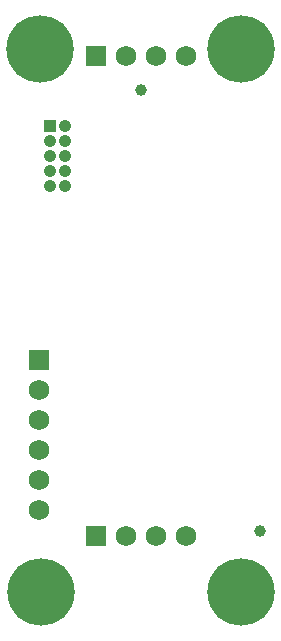
<source format=gbr>
G04*
G04 #@! TF.GenerationSoftware,Altium Limited,Altium Designer,24.5.2 (23)*
G04*
G04 Layer_Color=255*
%FSLAX25Y25*%
%MOIN*%
G70*
G04*
G04 #@! TF.SameCoordinates,31991F0E-98CA-4A4E-B794-B5AF52ABA4E1*
G04*
G04*
G04 #@! TF.FilePolarity,Positive*
G04*
G01*
G75*
%ADD25C,0.03937*%
%ADD51C,0.22441*%
%ADD52R,0.06890X0.06890*%
%ADD53C,0.06890*%
%ADD54R,0.06890X0.06890*%
%ADD55C,0.04200*%
%ADD56R,0.04200X0.04200*%
D25*
X87126Y34087D02*
D03*
X47226Y181000D02*
D03*
D51*
X13780Y194882D02*
D03*
X14028Y13780D02*
D03*
X80709D02*
D03*
Y194882D02*
D03*
D52*
X13400Y91000D02*
D03*
D53*
Y81000D02*
D03*
Y71000D02*
D03*
Y61000D02*
D03*
Y51000D02*
D03*
Y41000D02*
D03*
X62244Y192488D02*
D03*
X52244D02*
D03*
X42244D02*
D03*
Y32488D02*
D03*
X52244D02*
D03*
X62244D02*
D03*
D54*
X32244Y192488D02*
D03*
Y32488D02*
D03*
D55*
X21971Y159088D02*
D03*
X16971D02*
D03*
Y164088D02*
D03*
Y154088D02*
D03*
Y149088D02*
D03*
X21971Y154088D02*
D03*
Y149088D02*
D03*
Y164088D02*
D03*
Y169088D02*
D03*
D56*
X16971D02*
D03*
M02*

</source>
